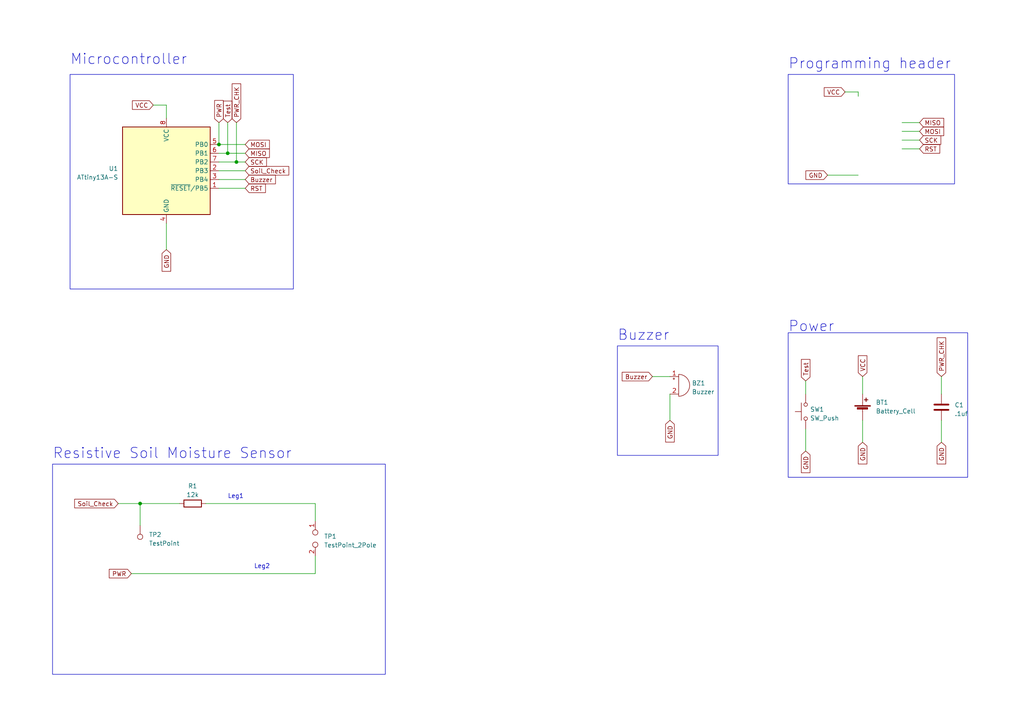
<source format=kicad_sch>
(kicad_sch (version 20230121) (generator eeschema)

  (uuid 9cf2ff49-257b-46ed-8cc3-042dca81fb08)

  (paper "A4")

  (lib_symbols
    (symbol "Connector:TestPoint" (pin_numbers hide) (pin_names (offset 0.762) hide) (in_bom yes) (on_board yes)
      (property "Reference" "TP" (at 0 6.858 0)
        (effects (font (size 1.27 1.27)))
      )
      (property "Value" "TestPoint" (at 0 5.08 0)
        (effects (font (size 1.27 1.27)))
      )
      (property "Footprint" "" (at 5.08 0 0)
        (effects (font (size 1.27 1.27)) hide)
      )
      (property "Datasheet" "~" (at 5.08 0 0)
        (effects (font (size 1.27 1.27)) hide)
      )
      (property "ki_keywords" "test point tp" (at 0 0 0)
        (effects (font (size 1.27 1.27)) hide)
      )
      (property "ki_description" "test point" (at 0 0 0)
        (effects (font (size 1.27 1.27)) hide)
      )
      (property "ki_fp_filters" "Pin* Test*" (at 0 0 0)
        (effects (font (size 1.27 1.27)) hide)
      )
      (symbol "TestPoint_0_1"
        (circle (center 0 3.302) (radius 0.762)
          (stroke (width 0) (type default))
          (fill (type none))
        )
      )
      (symbol "TestPoint_1_1"
        (pin passive line (at 0 0 90) (length 2.54)
          (name "1" (effects (font (size 1.27 1.27))))
          (number "1" (effects (font (size 1.27 1.27))))
        )
      )
    )
    (symbol "Connector:TestPoint_2Pole" (pin_names (offset 0.762) hide) (in_bom yes) (on_board yes)
      (property "Reference" "TP" (at 0 1.524 0)
        (effects (font (size 1.27 1.27)))
      )
      (property "Value" "TestPoint_2Pole" (at 0 -1.778 0)
        (effects (font (size 1.27 1.27)))
      )
      (property "Footprint" "" (at 0 0 0)
        (effects (font (size 1.27 1.27)) hide)
      )
      (property "Datasheet" "~" (at 0 0 0)
        (effects (font (size 1.27 1.27)) hide)
      )
      (property "ki_keywords" "point tp" (at 0 0 0)
        (effects (font (size 1.27 1.27)) hide)
      )
      (property "ki_description" "2-polar test point" (at 0 0 0)
        (effects (font (size 1.27 1.27)) hide)
      )
      (property "ki_fp_filters" "Pin* Test*" (at 0 0 0)
        (effects (font (size 1.27 1.27)) hide)
      )
      (symbol "TestPoint_2Pole_0_1"
        (circle (center -1.778 0) (radius 0.762)
          (stroke (width 0) (type default))
          (fill (type none))
        )
        (circle (center 1.778 0) (radius 0.762)
          (stroke (width 0) (type default))
          (fill (type none))
        )
        (pin passive line (at -5.08 0 0) (length 2.54)
          (name "1" (effects (font (size 1.27 1.27))))
          (number "1" (effects (font (size 1.27 1.27))))
        )
        (pin passive line (at 5.08 0 180) (length 2.54)
          (name "2" (effects (font (size 1.27 1.27))))
          (number "2" (effects (font (size 1.27 1.27))))
        )
      )
    )
    (symbol "Device:Battery_Cell" (pin_numbers hide) (pin_names (offset 0) hide) (in_bom yes) (on_board yes)
      (property "Reference" "BT" (at 2.54 2.54 0)
        (effects (font (size 1.27 1.27)) (justify left))
      )
      (property "Value" "Battery_Cell" (at 2.54 0 0)
        (effects (font (size 1.27 1.27)) (justify left))
      )
      (property "Footprint" "" (at 0 1.524 90)
        (effects (font (size 1.27 1.27)) hide)
      )
      (property "Datasheet" "~" (at 0 1.524 90)
        (effects (font (size 1.27 1.27)) hide)
      )
      (property "ki_keywords" "battery cell" (at 0 0 0)
        (effects (font (size 1.27 1.27)) hide)
      )
      (property "ki_description" "Single-cell battery" (at 0 0 0)
        (effects (font (size 1.27 1.27)) hide)
      )
      (symbol "Battery_Cell_0_1"
        (rectangle (start -2.286 1.778) (end 2.286 1.524)
          (stroke (width 0) (type default))
          (fill (type outline))
        )
        (rectangle (start -1.5748 1.1938) (end 1.4732 0.6858)
          (stroke (width 0) (type default))
          (fill (type outline))
        )
        (polyline
          (pts
            (xy 0 0.762)
            (xy 0 0)
          )
          (stroke (width 0) (type default))
          (fill (type none))
        )
        (polyline
          (pts
            (xy 0 1.778)
            (xy 0 2.54)
          )
          (stroke (width 0) (type default))
          (fill (type none))
        )
        (polyline
          (pts
            (xy 0.508 3.429)
            (xy 1.524 3.429)
          )
          (stroke (width 0.254) (type default))
          (fill (type none))
        )
        (polyline
          (pts
            (xy 1.016 3.937)
            (xy 1.016 2.921)
          )
          (stroke (width 0.254) (type default))
          (fill (type none))
        )
      )
      (symbol "Battery_Cell_1_1"
        (pin passive line (at 0 5.08 270) (length 2.54)
          (name "+" (effects (font (size 1.27 1.27))))
          (number "1" (effects (font (size 1.27 1.27))))
        )
        (pin passive line (at 0 -2.54 90) (length 2.54)
          (name "-" (effects (font (size 1.27 1.27))))
          (number "2" (effects (font (size 1.27 1.27))))
        )
      )
    )
    (symbol "Device:Buzzer" (pin_names (offset 0.0254) hide) (in_bom yes) (on_board yes)
      (property "Reference" "BZ" (at 3.81 1.27 0)
        (effects (font (size 1.27 1.27)) (justify left))
      )
      (property "Value" "Buzzer" (at 3.81 -1.27 0)
        (effects (font (size 1.27 1.27)) (justify left))
      )
      (property "Footprint" "" (at -0.635 2.54 90)
        (effects (font (size 1.27 1.27)) hide)
      )
      (property "Datasheet" "~" (at -0.635 2.54 90)
        (effects (font (size 1.27 1.27)) hide)
      )
      (property "ki_keywords" "quartz resonator ceramic" (at 0 0 0)
        (effects (font (size 1.27 1.27)) hide)
      )
      (property "ki_description" "Buzzer, polarized" (at 0 0 0)
        (effects (font (size 1.27 1.27)) hide)
      )
      (property "ki_fp_filters" "*Buzzer*" (at 0 0 0)
        (effects (font (size 1.27 1.27)) hide)
      )
      (symbol "Buzzer_0_1"
        (arc (start 0 -3.175) (mid 3.1612 0) (end 0 3.175)
          (stroke (width 0) (type default))
          (fill (type none))
        )
        (polyline
          (pts
            (xy -1.651 1.905)
            (xy -1.143 1.905)
          )
          (stroke (width 0) (type default))
          (fill (type none))
        )
        (polyline
          (pts
            (xy -1.397 2.159)
            (xy -1.397 1.651)
          )
          (stroke (width 0) (type default))
          (fill (type none))
        )
        (polyline
          (pts
            (xy 0 3.175)
            (xy 0 -3.175)
          )
          (stroke (width 0) (type default))
          (fill (type none))
        )
      )
      (symbol "Buzzer_1_1"
        (pin passive line (at -2.54 2.54 0) (length 2.54)
          (name "-" (effects (font (size 1.27 1.27))))
          (number "1" (effects (font (size 1.27 1.27))))
        )
        (pin passive line (at -2.54 -2.54 0) (length 2.54)
          (name "+" (effects (font (size 1.27 1.27))))
          (number "2" (effects (font (size 1.27 1.27))))
        )
      )
    )
    (symbol "Device:C" (pin_numbers hide) (pin_names (offset 0.254)) (in_bom yes) (on_board yes)
      (property "Reference" "C" (at 0.635 2.54 0)
        (effects (font (size 1.27 1.27)) (justify left))
      )
      (property "Value" "C" (at 0.635 -2.54 0)
        (effects (font (size 1.27 1.27)) (justify left))
      )
      (property "Footprint" "" (at 0.9652 -3.81 0)
        (effects (font (size 1.27 1.27)) hide)
      )
      (property "Datasheet" "~" (at 0 0 0)
        (effects (font (size 1.27 1.27)) hide)
      )
      (property "ki_keywords" "cap capacitor" (at 0 0 0)
        (effects (font (size 1.27 1.27)) hide)
      )
      (property "ki_description" "Unpolarized capacitor" (at 0 0 0)
        (effects (font (size 1.27 1.27)) hide)
      )
      (property "ki_fp_filters" "C_*" (at 0 0 0)
        (effects (font (size 1.27 1.27)) hide)
      )
      (symbol "C_0_1"
        (polyline
          (pts
            (xy -2.032 -0.762)
            (xy 2.032 -0.762)
          )
          (stroke (width 0.508) (type default))
          (fill (type none))
        )
        (polyline
          (pts
            (xy -2.032 0.762)
            (xy 2.032 0.762)
          )
          (stroke (width 0.508) (type default))
          (fill (type none))
        )
      )
      (symbol "C_1_1"
        (pin passive line (at 0 3.81 270) (length 2.794)
          (name "~" (effects (font (size 1.27 1.27))))
          (number "1" (effects (font (size 1.27 1.27))))
        )
        (pin passive line (at 0 -3.81 90) (length 2.794)
          (name "~" (effects (font (size 1.27 1.27))))
          (number "2" (effects (font (size 1.27 1.27))))
        )
      )
    )
    (symbol "Device:R" (pin_numbers hide) (pin_names (offset 0)) (in_bom yes) (on_board yes)
      (property "Reference" "R" (at 2.032 0 90)
        (effects (font (size 1.27 1.27)))
      )
      (property "Value" "R" (at 0 0 90)
        (effects (font (size 1.27 1.27)))
      )
      (property "Footprint" "" (at -1.778 0 90)
        (effects (font (size 1.27 1.27)) hide)
      )
      (property "Datasheet" "~" (at 0 0 0)
        (effects (font (size 1.27 1.27)) hide)
      )
      (property "ki_keywords" "R res resistor" (at 0 0 0)
        (effects (font (size 1.27 1.27)) hide)
      )
      (property "ki_description" "Resistor" (at 0 0 0)
        (effects (font (size 1.27 1.27)) hide)
      )
      (property "ki_fp_filters" "R_*" (at 0 0 0)
        (effects (font (size 1.27 1.27)) hide)
      )
      (symbol "R_0_1"
        (rectangle (start -1.016 -2.54) (end 1.016 2.54)
          (stroke (width 0.254) (type default))
          (fill (type none))
        )
      )
      (symbol "R_1_1"
        (pin passive line (at 0 3.81 270) (length 1.27)
          (name "~" (effects (font (size 1.27 1.27))))
          (number "1" (effects (font (size 1.27 1.27))))
        )
        (pin passive line (at 0 -3.81 90) (length 1.27)
          (name "~" (effects (font (size 1.27 1.27))))
          (number "2" (effects (font (size 1.27 1.27))))
        )
      )
    )
    (symbol "MCU_Microchip_ATtiny:ATtiny13A-S" (in_bom yes) (on_board yes)
      (property "Reference" "U" (at -12.7 13.97 0)
        (effects (font (size 1.27 1.27)) (justify left bottom))
      )
      (property "Value" "ATtiny13A-S" (at 2.54 -13.97 0)
        (effects (font (size 1.27 1.27)) (justify left top))
      )
      (property "Footprint" "Package_SO:SOIC-8W_5.3x5.3mm_P1.27mm" (at 0 0 0)
        (effects (font (size 1.27 1.27) italic) hide)
      )
      (property "Datasheet" "http://ww1.microchip.com/downloads/en/DeviceDoc/doc8126.pdf" (at 0 0 0)
        (effects (font (size 1.27 1.27)) hide)
      )
      (property "ki_keywords" "AVR 8bit Microcontroller tinyAVR" (at 0 0 0)
        (effects (font (size 1.27 1.27)) hide)
      )
      (property "ki_description" "20MHz, 1kB Flash, 64B SRAM, 64B EEPROM, debugWIRE, SOIC-8W" (at 0 0 0)
        (effects (font (size 1.27 1.27)) hide)
      )
      (property "ki_fp_filters" "SOIC*5.3x5.3mm*P1.27mm*" (at 0 0 0)
        (effects (font (size 1.27 1.27)) hide)
      )
      (symbol "ATtiny13A-S_0_1"
        (rectangle (start -12.7 -12.7) (end 12.7 12.7)
          (stroke (width 0.254) (type default))
          (fill (type background))
        )
      )
      (symbol "ATtiny13A-S_1_1"
        (pin bidirectional line (at 15.24 -5.08 180) (length 2.54)
          (name "~{RESET}/PB5" (effects (font (size 1.27 1.27))))
          (number "1" (effects (font (size 1.27 1.27))))
        )
        (pin bidirectional line (at 15.24 0 180) (length 2.54)
          (name "PB3" (effects (font (size 1.27 1.27))))
          (number "2" (effects (font (size 1.27 1.27))))
        )
        (pin bidirectional line (at 15.24 -2.54 180) (length 2.54)
          (name "PB4" (effects (font (size 1.27 1.27))))
          (number "3" (effects (font (size 1.27 1.27))))
        )
        (pin power_in line (at 0 -15.24 90) (length 2.54)
          (name "GND" (effects (font (size 1.27 1.27))))
          (number "4" (effects (font (size 1.27 1.27))))
        )
        (pin bidirectional line (at 15.24 7.62 180) (length 2.54)
          (name "PB0" (effects (font (size 1.27 1.27))))
          (number "5" (effects (font (size 1.27 1.27))))
        )
        (pin bidirectional line (at 15.24 5.08 180) (length 2.54)
          (name "PB1" (effects (font (size 1.27 1.27))))
          (number "6" (effects (font (size 1.27 1.27))))
        )
        (pin bidirectional line (at 15.24 2.54 180) (length 2.54)
          (name "PB2" (effects (font (size 1.27 1.27))))
          (number "7" (effects (font (size 1.27 1.27))))
        )
        (pin power_in line (at 0 15.24 270) (length 2.54)
          (name "VCC" (effects (font (size 1.27 1.27))))
          (number "8" (effects (font (size 1.27 1.27))))
        )
      )
    )
    (symbol "Switch:SW_Push" (pin_numbers hide) (pin_names (offset 1.016) hide) (in_bom yes) (on_board yes)
      (property "Reference" "SW" (at 1.27 2.54 0)
        (effects (font (size 1.27 1.27)) (justify left))
      )
      (property "Value" "SW_Push" (at 0 -1.524 0)
        (effects (font (size 1.27 1.27)))
      )
      (property "Footprint" "" (at 0 5.08 0)
        (effects (font (size 1.27 1.27)) hide)
      )
      (property "Datasheet" "~" (at 0 5.08 0)
        (effects (font (size 1.27 1.27)) hide)
      )
      (property "ki_keywords" "switch normally-open pushbutton push-button" (at 0 0 0)
        (effects (font (size 1.27 1.27)) hide)
      )
      (property "ki_description" "Push button switch, generic, two pins" (at 0 0 0)
        (effects (font (size 1.27 1.27)) hide)
      )
      (symbol "SW_Push_0_1"
        (circle (center -2.032 0) (radius 0.508)
          (stroke (width 0) (type default))
          (fill (type none))
        )
        (polyline
          (pts
            (xy 0 1.27)
            (xy 0 3.048)
          )
          (stroke (width 0) (type default))
          (fill (type none))
        )
        (polyline
          (pts
            (xy 2.54 1.27)
            (xy -2.54 1.27)
          )
          (stroke (width 0) (type default))
          (fill (type none))
        )
        (circle (center 2.032 0) (radius 0.508)
          (stroke (width 0) (type default))
          (fill (type none))
        )
        (pin passive line (at -5.08 0 0) (length 2.54)
          (name "1" (effects (font (size 1.27 1.27))))
          (number "1" (effects (font (size 1.27 1.27))))
        )
        (pin passive line (at 5.08 0 180) (length 2.54)
          (name "2" (effects (font (size 1.27 1.27))))
          (number "2" (effects (font (size 1.27 1.27))))
        )
      )
    )
  )

  (junction (at 68.58 46.99) (diameter 0) (color 0 0 0 0)
    (uuid 5235f338-9e1b-44ca-841e-6ecd198c4186)
  )
  (junction (at 40.64 146.05) (diameter 0) (color 0 0 0 0)
    (uuid 5a5d7783-262b-48d1-8257-7daf547a4479)
  )
  (junction (at 63.5 41.91) (diameter 0) (color 0 0 0 0)
    (uuid b2eb9f59-6c96-404a-80c0-3c15e385951d)
  )
  (junction (at 66.04 44.45) (diameter 0) (color 0 0 0 0)
    (uuid cde25af1-d6de-4241-949e-fbc0b0afd893)
  )

  (wire (pts (xy 273.05 109.22) (xy 273.05 114.3))
    (stroke (width 0) (type default))
    (uuid 04fbe97a-1c92-41a2-a0da-68e46998cea2)
  )
  (wire (pts (xy 91.44 146.05) (xy 91.44 151.13))
    (stroke (width 0) (type default))
    (uuid 174fa71e-0018-44bb-a5e3-08612948a528)
  )
  (wire (pts (xy 189.23 109.22) (xy 194.31 109.22))
    (stroke (width 0) (type default))
    (uuid 1f67f046-a72f-4719-9905-59d2282df5e1)
  )
  (wire (pts (xy 48.26 64.77) (xy 48.26 72.39))
    (stroke (width 0) (type default))
    (uuid 2457eaca-7106-4c4e-b3d3-0b9816226456)
  )
  (wire (pts (xy 63.5 41.91) (xy 71.12 41.91))
    (stroke (width 0) (type default))
    (uuid 27a55fd5-34e0-4032-8c5c-654f8187ee32)
  )
  (wire (pts (xy 63.5 49.53) (xy 71.12 49.53))
    (stroke (width 0) (type default))
    (uuid 2952e1f0-5287-4da3-a5ac-4b9e71388730)
  )
  (wire (pts (xy 233.68 110.49) (xy 233.68 114.3))
    (stroke (width 0) (type default))
    (uuid 32cb4a7a-761c-447a-b49a-396b7e91714e)
  )
  (wire (pts (xy 261.62 38.1) (xy 266.7 38.1))
    (stroke (width 0) (type default))
    (uuid 348963f9-9a26-41e2-8943-3318a23525fc)
  )
  (wire (pts (xy 44.45 30.48) (xy 48.26 30.48))
    (stroke (width 0) (type default))
    (uuid 3a4dd497-99d6-40fe-be73-82296fbd3a73)
  )
  (wire (pts (xy 248.92 26.67) (xy 248.92 27.94))
    (stroke (width 0) (type default))
    (uuid 3af257bc-cdf8-4c77-bdcf-d122a6350dc6)
  )
  (wire (pts (xy 63.5 52.07) (xy 71.12 52.07))
    (stroke (width 0) (type default))
    (uuid 3b036285-ecde-4cb7-80d4-4a0a03a877c4)
  )
  (wire (pts (xy 63.5 46.99) (xy 68.58 46.99))
    (stroke (width 0) (type default))
    (uuid 3d8c9631-c657-4b82-aac1-f22b8a033409)
  )
  (wire (pts (xy 66.04 35.56) (xy 66.04 44.45))
    (stroke (width 0) (type default))
    (uuid 3db700e5-0c8a-41fb-b25d-8e07e3328bb3)
  )
  (wire (pts (xy 63.5 54.61) (xy 71.12 54.61))
    (stroke (width 0) (type default))
    (uuid 51a52497-be9b-47e4-a3c8-cca90b71c803)
  )
  (wire (pts (xy 40.64 146.05) (xy 40.64 152.4))
    (stroke (width 0) (type default))
    (uuid 727663d5-a1d5-4602-8903-206ad5896f36)
  )
  (wire (pts (xy 40.64 146.05) (xy 52.07 146.05))
    (stroke (width 0) (type default))
    (uuid 7e992007-9f65-4299-b13f-2ca2397c6710)
  )
  (wire (pts (xy 63.5 44.45) (xy 66.04 44.45))
    (stroke (width 0) (type default))
    (uuid 7fb78ff4-aab9-491b-bc65-771a8df03cd0)
  )
  (wire (pts (xy 34.29 146.05) (xy 40.64 146.05))
    (stroke (width 0) (type default))
    (uuid 81b9c3d9-13a3-455d-b793-d16147d882b6)
  )
  (wire (pts (xy 240.03 50.8) (xy 248.92 50.8))
    (stroke (width 0) (type default))
    (uuid 81ef4710-ded6-4263-bc7c-2da2c6dcb425)
  )
  (wire (pts (xy 68.58 35.56) (xy 68.58 46.99))
    (stroke (width 0) (type default))
    (uuid 8ec1b9c9-3aef-4341-864c-2647f62ce36f)
  )
  (wire (pts (xy 250.19 109.22) (xy 250.19 114.3))
    (stroke (width 0) (type default))
    (uuid 90eff9ef-3465-4b6b-96a9-11db641265ec)
  )
  (wire (pts (xy 261.62 40.64) (xy 266.7 40.64))
    (stroke (width 0) (type default))
    (uuid 913578b1-e14e-452c-88da-24fb50d1523b)
  )
  (wire (pts (xy 273.05 121.92) (xy 273.05 128.27))
    (stroke (width 0) (type default))
    (uuid 91626f8f-505a-4657-b5a0-b9426cd0060b)
  )
  (wire (pts (xy 63.5 35.56) (xy 63.5 41.91))
    (stroke (width 0) (type default))
    (uuid 9957c564-1e4f-40c9-b484-f65433246964)
  )
  (wire (pts (xy 261.62 43.18) (xy 266.7 43.18))
    (stroke (width 0) (type default))
    (uuid 9c465b87-0240-4d69-9f92-2165626a5953)
  )
  (wire (pts (xy 194.31 114.3) (xy 194.31 121.92))
    (stroke (width 0) (type default))
    (uuid a6c5b0ab-1edd-455e-a720-5306b41cf945)
  )
  (wire (pts (xy 66.04 44.45) (xy 71.12 44.45))
    (stroke (width 0) (type default))
    (uuid ba11d5ae-3c9c-4ba2-958b-858766f64c18)
  )
  (wire (pts (xy 245.11 26.67) (xy 248.92 26.67))
    (stroke (width 0) (type default))
    (uuid ba22218a-8f80-4451-a5dc-00a17bd918c7)
  )
  (wire (pts (xy 48.26 30.48) (xy 48.26 34.29))
    (stroke (width 0) (type default))
    (uuid c5a868ed-8d8d-4895-af0c-d75426960f6f)
  )
  (wire (pts (xy 250.19 121.92) (xy 250.19 128.27))
    (stroke (width 0) (type default))
    (uuid c83e841d-8145-498a-ade0-9551e96d149b)
  )
  (wire (pts (xy 91.44 161.29) (xy 91.44 166.37))
    (stroke (width 0) (type default))
    (uuid ca2636b5-880e-4a8d-ab0b-814031db8015)
  )
  (wire (pts (xy 68.58 46.99) (xy 71.12 46.99))
    (stroke (width 0) (type default))
    (uuid caf2ea23-f578-4540-9c50-4b12d84d7931)
  )
  (wire (pts (xy 38.1 166.37) (xy 91.44 166.37))
    (stroke (width 0) (type default))
    (uuid cc1bd0f8-518b-4698-9136-778a99a3bd2c)
  )
  (wire (pts (xy 233.68 124.46) (xy 233.68 130.81))
    (stroke (width 0) (type default))
    (uuid d2c1b41d-3b62-4c38-a969-d8f2bba0958b)
  )
  (wire (pts (xy 59.69 146.05) (xy 91.44 146.05))
    (stroke (width 0) (type default))
    (uuid d99331eb-e075-4735-bcde-4ec408464a17)
  )
  (wire (pts (xy 261.62 35.56) (xy 266.7 35.56))
    (stroke (width 0) (type default))
    (uuid de699c7c-2804-4da5-a6ac-bc6b10408bfe)
  )

  (rectangle (start 20.32 21.59) (end 85.09 83.82)
    (stroke (width 0) (type default))
    (fill (type none))
    (uuid 0434c5b9-89ee-400c-a3c7-76df14379224)
  )
  (rectangle (start 228.6 21.59) (end 276.86 53.34)
    (stroke (width 0) (type default))
    (fill (type none))
    (uuid 1b70c025-8afb-40b4-b963-0a283a9ccb98)
  )
  (rectangle (start 179.07 100.33) (end 208.28 132.08)
    (stroke (width 0) (type default))
    (fill (type none))
    (uuid a5d52ee7-2c56-4874-afa3-3c9eda544d1f)
  )
  (rectangle (start 15.24 134.62) (end 111.76 195.58)
    (stroke (width 0) (type default))
    (fill (type none))
    (uuid c33d52ab-609f-4fe6-ba29-6f4f138e40a4)
  )
  (rectangle (start 228.6 96.52) (end 280.67 138.43)
    (stroke (width 0) (type default))
    (fill (type none))
    (uuid cbc8274c-1f28-441a-b837-8f3192b24b24)
  )

  (text "Buzzer" (at 179.07 99.06 0)
    (effects (font (size 3 3)) (justify left bottom))
    (uuid 061082ce-e07f-48e4-9b92-d42f23606120)
  )
  (text "Resistive Soil Moisture Sensor" (at 15.24 133.35 0)
    (effects (font (size 3 3)) (justify left bottom))
    (uuid 21d1b799-f9a7-4392-b82e-615d99c10cc9)
  )
  (text "Leg1" (at 66.04 144.78 0)
    (effects (font (size 1.27 1.27)) (justify left bottom))
    (uuid 4a86f33f-af49-4023-8dfc-c22eb7287520)
  )
  (text "Programming header\n" (at 228.6 20.32 0)
    (effects (font (size 3 3)) (justify left bottom))
    (uuid 59f78854-e1d3-4b3c-b2a5-38ccbf1e4647)
  )
  (text "Leg2" (at 73.66 165.1 0)
    (effects (font (size 1.27 1.27)) (justify left bottom))
    (uuid 99b6f883-2cca-4626-a4dc-74ecbea3cbfc)
  )
  (text "Microcontroller\n" (at 20.32 19.05 0)
    (effects (font (size 3 3)) (justify left bottom))
    (uuid ae13d508-ff68-4d99-a9b5-ac926dc58425)
  )
  (text "Power\n" (at 228.6 96.52 0)
    (effects (font (size 3 3)) (justify left bottom))
    (uuid b3d4b00e-9e83-410b-a547-bb63fbb60900)
  )

  (global_label "RST" (shape input) (at 71.12 54.61 0) (fields_autoplaced)
    (effects (font (size 1.27 1.27)) (justify left))
    (uuid 01aaab52-023e-4248-8ecc-e687e3862662)
    (property "Intersheetrefs" "${INTERSHEET_REFS}" (at 77.4729 54.61 0)
      (effects (font (size 1.27 1.27)) (justify left) hide)
    )
  )
  (global_label "MISO" (shape input) (at 266.7 35.56 0) (fields_autoplaced)
    (effects (font (size 1.27 1.27)) (justify left))
    (uuid 30af42a4-1c51-4052-b31d-9fb751ae4c4c)
    (property "Intersheetrefs" "${INTERSHEET_REFS}" (at 274.202 35.56 0)
      (effects (font (size 1.27 1.27)) (justify left) hide)
    )
  )
  (global_label "PWR" (shape input) (at 38.1 166.37 180) (fields_autoplaced)
    (effects (font (size 1.27 1.27)) (justify right))
    (uuid 35a857a1-3282-4c00-a8c5-d1fd1847bf9a)
    (property "Intersheetrefs" "${INTERSHEET_REFS}" (at 31.2028 166.37 0)
      (effects (font (size 1.27 1.27)) (justify right) hide)
    )
  )
  (global_label "GND" (shape input) (at 250.19 128.27 270) (fields_autoplaced)
    (effects (font (size 1.27 1.27)) (justify right))
    (uuid 3d870927-05f9-420a-b7de-05207ebc7a74)
    (property "Intersheetrefs" "${INTERSHEET_REFS}" (at 250.19 135.0463 90)
      (effects (font (size 1.27 1.27)) (justify right) hide)
    )
  )
  (global_label "Test" (shape input) (at 233.68 110.49 90) (fields_autoplaced)
    (effects (font (size 1.27 1.27)) (justify left))
    (uuid 557070f9-0d15-4a29-8a98-16a1e640fb26)
    (property "Intersheetrefs" "${INTERSHEET_REFS}" (at 233.68 103.7742 90)
      (effects (font (size 1.27 1.27)) (justify left) hide)
    )
  )
  (global_label "PWR" (shape input) (at 63.5 35.56 90) (fields_autoplaced)
    (effects (font (size 1.27 1.27)) (justify left))
    (uuid 6313c0a3-4510-4c1d-9cfb-d6cb39e48dd7)
    (property "Intersheetrefs" "${INTERSHEET_REFS}" (at 63.5 28.6628 90)
      (effects (font (size 1.27 1.27)) (justify left) hide)
    )
  )
  (global_label "MOSI" (shape input) (at 266.7 38.1 0) (fields_autoplaced)
    (effects (font (size 1.27 1.27)) (justify left))
    (uuid 688fba33-b572-487a-a7f4-6fad596388b0)
    (property "Intersheetrefs" "${INTERSHEET_REFS}" (at 274.202 38.1 0)
      (effects (font (size 1.27 1.27)) (justify left) hide)
    )
  )
  (global_label "Buzzer" (shape input) (at 71.12 52.07 0) (fields_autoplaced)
    (effects (font (size 1.27 1.27)) (justify left))
    (uuid 82a353f0-0e71-4d52-aa66-d06b561feb0f)
    (property "Intersheetrefs" "${INTERSHEET_REFS}" (at 80.3758 52.07 0)
      (effects (font (size 1.27 1.27)) (justify left) hide)
    )
  )
  (global_label "SCK" (shape input) (at 266.7 40.64 0) (fields_autoplaced)
    (effects (font (size 1.27 1.27)) (justify left))
    (uuid 8851610e-d3b2-4e04-9b24-953707b5d85b)
    (property "Intersheetrefs" "${INTERSHEET_REFS}" (at 273.3553 40.64 0)
      (effects (font (size 1.27 1.27)) (justify left) hide)
    )
  )
  (global_label "SCK" (shape input) (at 71.12 46.99 0) (fields_autoplaced)
    (effects (font (size 1.27 1.27)) (justify left))
    (uuid 90feb68c-9883-4121-ae5d-9210ffb0bab9)
    (property "Intersheetrefs" "${INTERSHEET_REFS}" (at 77.7753 46.99 0)
      (effects (font (size 1.27 1.27)) (justify left) hide)
    )
  )
  (global_label "GND" (shape input) (at 194.31 121.92 270) (fields_autoplaced)
    (effects (font (size 1.27 1.27)) (justify right))
    (uuid 95ecdeff-086d-489d-878f-2776945a5e3a)
    (property "Intersheetrefs" "${INTERSHEET_REFS}" (at 194.31 128.6963 90)
      (effects (font (size 1.27 1.27)) (justify right) hide)
    )
  )
  (global_label "VCC" (shape input) (at 245.11 26.67 180) (fields_autoplaced)
    (effects (font (size 1.27 1.27)) (justify right))
    (uuid a0feade8-066e-4e25-a7bb-78f67c1a8b9d)
    (property "Intersheetrefs" "${INTERSHEET_REFS}" (at 238.5756 26.67 0)
      (effects (font (size 1.27 1.27)) (justify right) hide)
    )
  )
  (global_label "Buzzer" (shape input) (at 189.23 109.22 180) (fields_autoplaced)
    (effects (font (size 1.27 1.27)) (justify right))
    (uuid a265f9b8-caef-4865-a64e-fd9fb21265b0)
    (property "Intersheetrefs" "${INTERSHEET_REFS}" (at 179.9742 109.22 0)
      (effects (font (size 1.27 1.27)) (justify right) hide)
    )
  )
  (global_label "GND" (shape input) (at 240.03 50.8 180) (fields_autoplaced)
    (effects (font (size 1.27 1.27)) (justify right))
    (uuid a82444f5-bdbe-4357-864f-27ea68cb8c2b)
    (property "Intersheetrefs" "${INTERSHEET_REFS}" (at 233.2537 50.8 0)
      (effects (font (size 1.27 1.27)) (justify right) hide)
    )
  )
  (global_label "PWR_CHK" (shape input) (at 273.05 109.22 90) (fields_autoplaced)
    (effects (font (size 1.27 1.27)) (justify left))
    (uuid b489c62a-6fb2-430c-a56e-7966dcc492a7)
    (property "Intersheetrefs" "${INTERSHEET_REFS}" (at 273.05 97.4847 90)
      (effects (font (size 1.27 1.27)) (justify left) hide)
    )
  )
  (global_label "RST" (shape input) (at 266.7 43.18 0) (fields_autoplaced)
    (effects (font (size 1.27 1.27)) (justify left))
    (uuid b52d55d2-f778-458c-b951-02fb75296224)
    (property "Intersheetrefs" "${INTERSHEET_REFS}" (at 273.0529 43.18 0)
      (effects (font (size 1.27 1.27)) (justify left) hide)
    )
  )
  (global_label "GND" (shape input) (at 273.05 128.27 270) (fields_autoplaced)
    (effects (font (size 1.27 1.27)) (justify right))
    (uuid bd27f5e5-4c58-4f6b-bb44-292df8b63071)
    (property "Intersheetrefs" "${INTERSHEET_REFS}" (at 273.05 135.0463 90)
      (effects (font (size 1.27 1.27)) (justify right) hide)
    )
  )
  (global_label "PWR_CHK" (shape input) (at 68.58 35.56 90) (fields_autoplaced)
    (effects (font (size 1.27 1.27)) (justify left))
    (uuid c9aa6243-ccb1-4191-a8a4-e96a497b9a64)
    (property "Intersheetrefs" "${INTERSHEET_REFS}" (at 68.58 23.8247 90)
      (effects (font (size 1.27 1.27)) (justify left) hide)
    )
  )
  (global_label "Test" (shape input) (at 66.04 35.56 90) (fields_autoplaced)
    (effects (font (size 1.27 1.27)) (justify left))
    (uuid cdec54db-5bcd-471b-b4dd-cb9be03197c9)
    (property "Intersheetrefs" "${INTERSHEET_REFS}" (at 66.04 28.8442 90)
      (effects (font (size 1.27 1.27)) (justify left) hide)
    )
  )
  (global_label "GND" (shape input) (at 233.68 130.81 270) (fields_autoplaced)
    (effects (font (size 1.27 1.27)) (justify right))
    (uuid d0cbc054-f34f-4618-900b-9a78e7f277c4)
    (property "Intersheetrefs" "${INTERSHEET_REFS}" (at 233.68 137.5863 90)
      (effects (font (size 1.27 1.27)) (justify right) hide)
    )
  )
  (global_label "MOSI" (shape input) (at 71.12 41.91 0) (fields_autoplaced)
    (effects (font (size 1.27 1.27)) (justify left))
    (uuid e5a1ab46-13ec-4bb2-bd64-a4b79964dedb)
    (property "Intersheetrefs" "${INTERSHEET_REFS}" (at 78.622 41.91 0)
      (effects (font (size 1.27 1.27)) (justify left) hide)
    )
  )
  (global_label "VCC" (shape input) (at 250.19 109.22 90) (fields_autoplaced)
    (effects (font (size 1.27 1.27)) (justify left))
    (uuid e5ec4c94-dac8-4c7f-bff1-bf7a0051fa5f)
    (property "Intersheetrefs" "${INTERSHEET_REFS}" (at 250.19 102.6856 90)
      (effects (font (size 1.27 1.27)) (justify left) hide)
    )
  )
  (global_label "Soil_Check" (shape input) (at 71.12 49.53 0) (fields_autoplaced)
    (effects (font (size 1.27 1.27)) (justify left))
    (uuid e680ea09-143c-4e6f-8a57-b07cecc1ffb2)
    (property "Intersheetrefs" "${INTERSHEET_REFS}" (at 84.2462 49.53 0)
      (effects (font (size 1.27 1.27)) (justify left) hide)
    )
  )
  (global_label "MISO" (shape input) (at 71.12 44.45 0) (fields_autoplaced)
    (effects (font (size 1.27 1.27)) (justify left))
    (uuid ec5233f0-5557-4afd-ac06-75056e1384c8)
    (property "Intersheetrefs" "${INTERSHEET_REFS}" (at 78.622 44.45 0)
      (effects (font (size 1.27 1.27)) (justify left) hide)
    )
  )
  (global_label "Soil_Check" (shape input) (at 34.29 146.05 180) (fields_autoplaced)
    (effects (font (size 1.27 1.27)) (justify right))
    (uuid f3120c71-6482-47f6-beac-b3cd7563d8be)
    (property "Intersheetrefs" "${INTERSHEET_REFS}" (at 21.1638 146.05 0)
      (effects (font (size 1.27 1.27)) (justify right) hide)
    )
  )
  (global_label "VCC" (shape input) (at 44.45 30.48 180) (fields_autoplaced)
    (effects (font (size 1.27 1.27)) (justify right))
    (uuid f3e70e0a-ae65-4296-a2ae-9a708dda8c04)
    (property "Intersheetrefs" "${INTERSHEET_REFS}" (at 37.9156 30.48 0)
      (effects (font (size 1.27 1.27)) (justify right) hide)
    )
  )
  (global_label "GND" (shape input) (at 48.26 72.39 270) (fields_autoplaced)
    (effects (font (size 1.27 1.27)) (justify right))
    (uuid ff75880c-58f4-4472-bc62-3a37a0606646)
    (property "Intersheetrefs" "${INTERSHEET_REFS}" (at 48.26 79.1663 90)
      (effects (font (size 1.27 1.27)) (justify right) hide)
    )
  )

  (symbol (lib_id "Device:R") (at 55.88 146.05 90) (unit 1)
    (in_bom yes) (on_board yes) (dnp no) (fields_autoplaced)
    (uuid 1048e356-fd07-4eaa-b96e-eddd657bbd6f)
    (property "Reference" "R1" (at 55.88 140.97 90)
      (effects (font (size 1.27 1.27)))
    )
    (property "Value" "12k" (at 55.88 143.51 90)
      (effects (font (size 1.27 1.27)))
    )
    (property "Footprint" "Resistor_SMD:R_0805_2012Metric_Pad1.20x1.40mm_HandSolder" (at 55.88 147.828 90)
      (effects (font (size 1.27 1.27)) hide)
    )
    (property "Datasheet" "~" (at 55.88 146.05 0)
      (effects (font (size 1.27 1.27)) hide)
    )
    (pin "1" (uuid 5af5ac1c-5b99-4ef7-b414-5a131caa7232))
    (pin "2" (uuid 775d0a45-316a-475e-8899-d87f8aaf7f72))
    (instances
      (project "attiny-resistive-soil"
        (path "/9cf2ff49-257b-46ed-8cc3-042dca81fb08"
          (reference "R1") (unit 1)
        )
      )
    )
  )

  (symbol (lib_id "MCU_Microchip_ATtiny:ATtiny13A-S") (at 48.26 49.53 0) (unit 1)
    (in_bom yes) (on_board yes) (dnp no) (fields_autoplaced)
    (uuid 414f858f-585c-4d9b-a429-bbb16451d3fe)
    (property "Reference" "U1" (at 34.29 48.895 0)
      (effects (font (size 1.27 1.27)) (justify right))
    )
    (property "Value" "ATtiny13A-S" (at 34.29 51.435 0)
      (effects (font (size 1.27 1.27)) (justify right))
    )
    (property "Footprint" "Package_SO:SOIC-8W_5.3x5.3mm_P1.27mm" (at 48.26 49.53 0)
      (effects (font (size 1.27 1.27) italic) hide)
    )
    (property "Datasheet" "http://ww1.microchip.com/downloads/en/DeviceDoc/doc8126.pdf" (at 48.26 49.53 0)
      (effects (font (size 1.27 1.27)) hide)
    )
    (pin "1" (uuid 0ccf7b4a-c313-453f-b215-d621c7679536))
    (pin "2" (uuid f9b2a723-d677-4329-a598-b807529f9484))
    (pin "3" (uuid d0dc52ee-c6c9-46a0-a017-bc4d5ae086bc))
    (pin "4" (uuid 00e2d557-625a-41d1-8630-33a2326312a8))
    (pin "5" (uuid 8b82e203-ede6-46fe-a96f-42d6202f78a6))
    (pin "6" (uuid e7348b61-c584-494c-bed2-ce6985454e65))
    (pin "7" (uuid a7e43cb4-e725-4611-ac7c-2b549a88d006))
    (pin "8" (uuid 62c16abe-d30d-4617-b966-f6f432e5e2b2))
    (instances
      (project "attiny-resistive-soil"
        (path "/9cf2ff49-257b-46ed-8cc3-042dca81fb08"
          (reference "U1") (unit 1)
        )
      )
    )
  )

  (symbol (lib_id "Device:Buzzer") (at 196.85 111.76 0) (unit 1)
    (in_bom yes) (on_board yes) (dnp no) (fields_autoplaced)
    (uuid 49b70297-6170-41ec-bd5d-d75ead885fe0)
    (property "Reference" "BZ1" (at 200.66 111.125 0)
      (effects (font (size 1.27 1.27)) (justify left))
    )
    (property "Value" "Buzzer" (at 200.66 113.665 0)
      (effects (font (size 1.27 1.27)) (justify left))
    )
    (property "Footprint" "Buzzer_Beeper:MagneticBuzzer_CUI_CMT-8504-100-SMT" (at 196.215 109.22 90)
      (effects (font (size 1.27 1.27)) hide)
    )
    (property "Datasheet" "~" (at 196.215 109.22 90)
      (effects (font (size 1.27 1.27)) hide)
    )
    (pin "1" (uuid 5ed9de0f-b50d-47a4-afd6-bcfb9b1fd052))
    (pin "2" (uuid e33663fe-f863-4f91-b072-da38682bddfe))
    (instances
      (project "attiny-resistive-soil"
        (path "/9cf2ff49-257b-46ed-8cc3-042dca81fb08"
          (reference "BZ1") (unit 1)
        )
      )
    )
  )

  (symbol (lib_id "Connector:TestPoint_2Pole") (at 91.44 156.21 270) (unit 1)
    (in_bom yes) (on_board yes) (dnp no) (fields_autoplaced)
    (uuid 4f92161e-e4dd-4d2a-b1d4-967bc431f624)
    (property "Reference" "TP1" (at 93.98 155.575 90)
      (effects (font (size 1.27 1.27)) (justify left))
    )
    (property "Value" "TestPoint_2Pole" (at 93.98 158.115 90)
      (effects (font (size 1.27 1.27)) (justify left))
    )
    (property "Footprint" "Connector_PinSocket_2.54mm:PinSocket_1x02_P2.54mm_Vertical" (at 91.44 156.21 0)
      (effects (font (size 1.27 1.27)) hide)
    )
    (property "Datasheet" "~" (at 91.44 156.21 0)
      (effects (font (size 1.27 1.27)) hide)
    )
    (pin "1" (uuid c984f26c-c8d5-4f1f-bf29-5568bed98111))
    (pin "2" (uuid 7d20a3f1-0927-47aa-9bd7-c02e6cf73412))
    (instances
      (project "attiny-resistive-soil"
        (path "/9cf2ff49-257b-46ed-8cc3-042dca81fb08"
          (reference "TP1") (unit 1)
        )
      )
    )
  )

  (symbol (lib_id "Device:C") (at 273.05 118.11 0) (unit 1)
    (in_bom yes) (on_board yes) (dnp no) (fields_autoplaced)
    (uuid 7eff1d5d-c924-46aa-ae34-b2b77f0c7e55)
    (property "Reference" "C1" (at 276.86 117.475 0)
      (effects (font (size 1.27 1.27)) (justify left))
    )
    (property "Value" ".1uf" (at 276.86 120.015 0)
      (effects (font (size 1.27 1.27)) (justify left))
    )
    (property "Footprint" "Capacitor_SMD:C_0805_2012Metric_Pad1.18x1.45mm_HandSolder" (at 274.0152 121.92 0)
      (effects (font (size 1.27 1.27)) hide)
    )
    (property "Datasheet" "~" (at 273.05 118.11 0)
      (effects (font (size 1.27 1.27)) hide)
    )
    (pin "1" (uuid 4cd2f175-3fd1-4599-b450-bc7ff44f89ee))
    (pin "2" (uuid 1047412e-be7c-418d-aa0a-1490adaea823))
    (instances
      (project "attiny-resistive-soil"
        (path "/9cf2ff49-257b-46ed-8cc3-042dca81fb08"
          (reference "C1") (unit 1)
        )
      )
    )
  )

  (symbol (lib_id "Device:Battery_Cell") (at 250.19 119.38 0) (unit 1)
    (in_bom yes) (on_board yes) (dnp no) (fields_autoplaced)
    (uuid da9c3a42-eaec-4e2f-83da-e050bae184e9)
    (property "Reference" "BT1" (at 254 116.713 0)
      (effects (font (size 1.27 1.27)) (justify left))
    )
    (property "Value" "Battery_Cell" (at 254 119.253 0)
      (effects (font (size 1.27 1.27)) (justify left))
    )
    (property "Footprint" "Battery:BatteryHolder_Keystone_1060_1x2032" (at 250.19 117.856 90)
      (effects (font (size 1.27 1.27)) hide)
    )
    (property "Datasheet" "~" (at 250.19 117.856 90)
      (effects (font (size 1.27 1.27)) hide)
    )
    (pin "1" (uuid bb7d8d64-e5f4-44b1-8d64-f571247d5fbe))
    (pin "2" (uuid f4e125a8-f0a9-45cd-95dd-be7440d0afbc))
    (instances
      (project "attiny-resistive-soil"
        (path "/9cf2ff49-257b-46ed-8cc3-042dca81fb08"
          (reference "BT1") (unit 1)
        )
      )
    )
  )

  (symbol (lib_id "Connector:TestPoint") (at 40.64 152.4 180) (unit 1)
    (in_bom yes) (on_board yes) (dnp no) (fields_autoplaced)
    (uuid fd8d7df7-5195-4789-a7b3-8d577eb19983)
    (property "Reference" "TP2" (at 43.18 155.067 0)
      (effects (font (size 1.27 1.27)) (justify right))
    )
    (property "Value" "TestPoint" (at 43.18 157.607 0)
      (effects (font (size 1.27 1.27)) (justify right))
    )
    (property "Footprint" "Connector_Pin:Pin_D1.4mm_L8.5mm_W2.8mm_FlatFork" (at 35.56 152.4 0)
      (effects (font (size 1.27 1.27)) hide)
    )
    (property "Datasheet" "~" (at 35.56 152.4 0)
      (effects (font (size 1.27 1.27)) hide)
    )
    (pin "1" (uuid ca87fcd2-73c6-4625-a155-fa7a96775b59))
    (instances
      (project "attiny-resistive-soil"
        (path "/9cf2ff49-257b-46ed-8cc3-042dca81fb08"
          (reference "TP2") (unit 1)
        )
      )
    )
  )

  (symbol (lib_id "Switch:SW_Push") (at 233.68 119.38 90) (unit 1)
    (in_bom yes) (on_board yes) (dnp no) (fields_autoplaced)
    (uuid ff7976d7-fdcd-42fe-bf46-50c82ea3edcb)
    (property "Reference" "SW1" (at 234.95 118.745 90)
      (effects (font (size 1.27 1.27)) (justify right))
    )
    (property "Value" "SW_Push" (at 234.95 121.285 90)
      (effects (font (size 1.27 1.27)) (justify right))
    )
    (property "Footprint" "Button_Switch_SMD:SW_SPST_CK_RS282G05A3" (at 228.6 119.38 0)
      (effects (font (size 1.27 1.27)) hide)
    )
    (property "Datasheet" "~" (at 228.6 119.38 0)
      (effects (font (size 1.27 1.27)) hide)
    )
    (pin "1" (uuid 7b6dbfc0-b4cc-4b43-8957-a1bbb6a63b3e))
    (pin "2" (uuid 61a1d55f-9b13-474d-a749-fa834b8c21e2))
    (instances
      (project "attiny-resistive-soil"
        (path "/9cf2ff49-257b-46ed-8cc3-042dca81fb08"
          (reference "SW1") (unit 1)
        )
      )
    )
  )

  (sheet_instances
    (path "/" (page "1"))
  )
)

</source>
